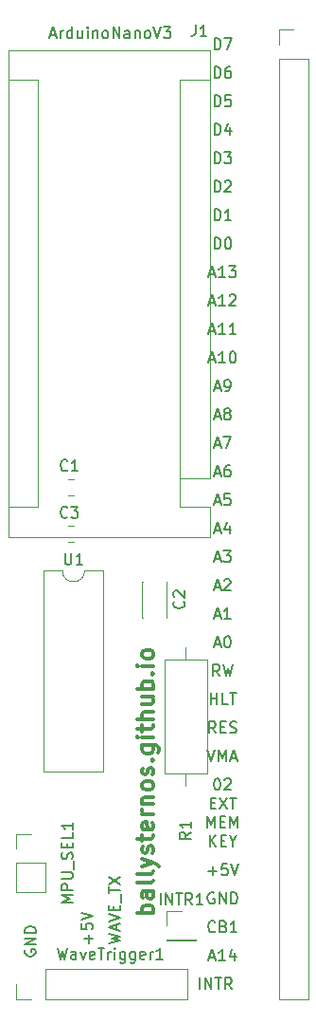
<source format=gbr>
%TF.GenerationSoftware,KiCad,Pcbnew,(5.1.6)-1*%
%TF.CreationDate,2021-03-12T09:15:54-05:00*%
%TF.ProjectId,BallySternArduino,42616c6c-7953-4746-9572-6e4172647569,rev?*%
%TF.SameCoordinates,Original*%
%TF.FileFunction,Legend,Top*%
%TF.FilePolarity,Positive*%
%FSLAX46Y46*%
G04 Gerber Fmt 4.6, Leading zero omitted, Abs format (unit mm)*
G04 Created by KiCad (PCBNEW (5.1.6)-1) date 2021-03-12 09:15:54*
%MOMM*%
%LPD*%
G01*
G04 APERTURE LIST*
%ADD10C,0.300000*%
%ADD11C,0.150000*%
%ADD12C,0.120000*%
G04 APERTURE END LIST*
D10*
X35095571Y-106075285D02*
X33595571Y-106075285D01*
X34167000Y-106075285D02*
X34095571Y-105932428D01*
X34095571Y-105646714D01*
X34167000Y-105503857D01*
X34238428Y-105432428D01*
X34381285Y-105361000D01*
X34809857Y-105361000D01*
X34952714Y-105432428D01*
X35024142Y-105503857D01*
X35095571Y-105646714D01*
X35095571Y-105932428D01*
X35024142Y-106075285D01*
X35095571Y-104075285D02*
X34309857Y-104075285D01*
X34167000Y-104146714D01*
X34095571Y-104289571D01*
X34095571Y-104575285D01*
X34167000Y-104718142D01*
X35024142Y-104075285D02*
X35095571Y-104218142D01*
X35095571Y-104575285D01*
X35024142Y-104718142D01*
X34881285Y-104789571D01*
X34738428Y-104789571D01*
X34595571Y-104718142D01*
X34524142Y-104575285D01*
X34524142Y-104218142D01*
X34452714Y-104075285D01*
X35095571Y-103146714D02*
X35024142Y-103289571D01*
X34881285Y-103361000D01*
X33595571Y-103361000D01*
X35095571Y-102361000D02*
X35024142Y-102503857D01*
X34881285Y-102575285D01*
X33595571Y-102575285D01*
X34095571Y-101932428D02*
X35095571Y-101575285D01*
X34095571Y-101218142D02*
X35095571Y-101575285D01*
X35452714Y-101718142D01*
X35524142Y-101789571D01*
X35595571Y-101932428D01*
X35024142Y-100718142D02*
X35095571Y-100575285D01*
X35095571Y-100289571D01*
X35024142Y-100146714D01*
X34881285Y-100075285D01*
X34809857Y-100075285D01*
X34667000Y-100146714D01*
X34595571Y-100289571D01*
X34595571Y-100503857D01*
X34524142Y-100646714D01*
X34381285Y-100718142D01*
X34309857Y-100718142D01*
X34167000Y-100646714D01*
X34095571Y-100503857D01*
X34095571Y-100289571D01*
X34167000Y-100146714D01*
X34095571Y-99646714D02*
X34095571Y-99075285D01*
X33595571Y-99432428D02*
X34881285Y-99432428D01*
X35024142Y-99361000D01*
X35095571Y-99218142D01*
X35095571Y-99075285D01*
X35024142Y-98003857D02*
X35095571Y-98146714D01*
X35095571Y-98432428D01*
X35024142Y-98575285D01*
X34881285Y-98646714D01*
X34309857Y-98646714D01*
X34167000Y-98575285D01*
X34095571Y-98432428D01*
X34095571Y-98146714D01*
X34167000Y-98003857D01*
X34309857Y-97932428D01*
X34452714Y-97932428D01*
X34595571Y-98646714D01*
X35095571Y-97289571D02*
X34095571Y-97289571D01*
X34381285Y-97289571D02*
X34238428Y-97218142D01*
X34167000Y-97146714D01*
X34095571Y-97003857D01*
X34095571Y-96861000D01*
X34095571Y-96361000D02*
X35095571Y-96361000D01*
X34238428Y-96361000D02*
X34167000Y-96289571D01*
X34095571Y-96146714D01*
X34095571Y-95932428D01*
X34167000Y-95789571D01*
X34309857Y-95718142D01*
X35095571Y-95718142D01*
X35095571Y-94789571D02*
X35024142Y-94932428D01*
X34952714Y-95003857D01*
X34809857Y-95075285D01*
X34381285Y-95075285D01*
X34238428Y-95003857D01*
X34167000Y-94932428D01*
X34095571Y-94789571D01*
X34095571Y-94575285D01*
X34167000Y-94432428D01*
X34238428Y-94361000D01*
X34381285Y-94289571D01*
X34809857Y-94289571D01*
X34952714Y-94361000D01*
X35024142Y-94432428D01*
X35095571Y-94575285D01*
X35095571Y-94789571D01*
X35024142Y-93718142D02*
X35095571Y-93575285D01*
X35095571Y-93289571D01*
X35024142Y-93146714D01*
X34881285Y-93075285D01*
X34809857Y-93075285D01*
X34667000Y-93146714D01*
X34595571Y-93289571D01*
X34595571Y-93503857D01*
X34524142Y-93646714D01*
X34381285Y-93718142D01*
X34309857Y-93718142D01*
X34167000Y-93646714D01*
X34095571Y-93503857D01*
X34095571Y-93289571D01*
X34167000Y-93146714D01*
X34952714Y-92432428D02*
X35024142Y-92361000D01*
X35095571Y-92432428D01*
X35024142Y-92503857D01*
X34952714Y-92432428D01*
X35095571Y-92432428D01*
X34095571Y-91075285D02*
X35309857Y-91075285D01*
X35452714Y-91146714D01*
X35524142Y-91218142D01*
X35595571Y-91361000D01*
X35595571Y-91575285D01*
X35524142Y-91718142D01*
X35024142Y-91075285D02*
X35095571Y-91218142D01*
X35095571Y-91503857D01*
X35024142Y-91646714D01*
X34952714Y-91718142D01*
X34809857Y-91789571D01*
X34381285Y-91789571D01*
X34238428Y-91718142D01*
X34167000Y-91646714D01*
X34095571Y-91503857D01*
X34095571Y-91218142D01*
X34167000Y-91075285D01*
X35095571Y-90361000D02*
X34095571Y-90361000D01*
X33595571Y-90361000D02*
X33667000Y-90432428D01*
X33738428Y-90361000D01*
X33667000Y-90289571D01*
X33595571Y-90361000D01*
X33738428Y-90361000D01*
X34095571Y-89861000D02*
X34095571Y-89289571D01*
X33595571Y-89646714D02*
X34881285Y-89646714D01*
X35024142Y-89575285D01*
X35095571Y-89432428D01*
X35095571Y-89289571D01*
X35095571Y-88789571D02*
X33595571Y-88789571D01*
X35095571Y-88146714D02*
X34309857Y-88146714D01*
X34167000Y-88218142D01*
X34095571Y-88361000D01*
X34095571Y-88575285D01*
X34167000Y-88718142D01*
X34238428Y-88789571D01*
X34095571Y-86789571D02*
X35095571Y-86789571D01*
X34095571Y-87432428D02*
X34881285Y-87432428D01*
X35024142Y-87361000D01*
X35095571Y-87218142D01*
X35095571Y-87003857D01*
X35024142Y-86861000D01*
X34952714Y-86789571D01*
X35095571Y-86075285D02*
X33595571Y-86075285D01*
X34167000Y-86075285D02*
X34095571Y-85932428D01*
X34095571Y-85646714D01*
X34167000Y-85503857D01*
X34238428Y-85432428D01*
X34381285Y-85361000D01*
X34809857Y-85361000D01*
X34952714Y-85432428D01*
X35024142Y-85503857D01*
X35095571Y-85646714D01*
X35095571Y-85932428D01*
X35024142Y-86075285D01*
X34952714Y-84718142D02*
X35024142Y-84646714D01*
X35095571Y-84718142D01*
X35024142Y-84789571D01*
X34952714Y-84718142D01*
X35095571Y-84718142D01*
X35095571Y-84003857D02*
X34095571Y-84003857D01*
X33595571Y-84003857D02*
X33667000Y-84075285D01*
X33738428Y-84003857D01*
X33667000Y-83932428D01*
X33595571Y-84003857D01*
X33738428Y-84003857D01*
X35095571Y-83075285D02*
X35024142Y-83218142D01*
X34952714Y-83289571D01*
X34809857Y-83361000D01*
X34381285Y-83361000D01*
X34238428Y-83289571D01*
X34167000Y-83218142D01*
X34095571Y-83075285D01*
X34095571Y-82861000D01*
X34167000Y-82718142D01*
X34238428Y-82646714D01*
X34381285Y-82575285D01*
X34809857Y-82575285D01*
X34952714Y-82646714D01*
X35024142Y-82718142D01*
X35095571Y-82861000D01*
X35095571Y-83075285D01*
D11*
X39235238Y-112847380D02*
X39235238Y-111847380D01*
X39711428Y-112847380D02*
X39711428Y-111847380D01*
X40282857Y-112847380D01*
X40282857Y-111847380D01*
X40616190Y-111847380D02*
X41187619Y-111847380D01*
X40901904Y-112847380D02*
X40901904Y-111847380D01*
X42092380Y-112847380D02*
X41759047Y-112371190D01*
X41520952Y-112847380D02*
X41520952Y-111847380D01*
X41901904Y-111847380D01*
X41997142Y-111895000D01*
X42044761Y-111942619D01*
X42092380Y-112037857D01*
X42092380Y-112180714D01*
X42044761Y-112275952D01*
X41997142Y-112323571D01*
X41901904Y-112371190D01*
X41520952Y-112371190D01*
X40084523Y-110021666D02*
X40560714Y-110021666D01*
X39989285Y-110307380D02*
X40322619Y-109307380D01*
X40655952Y-110307380D01*
X41513095Y-110307380D02*
X40941666Y-110307380D01*
X41227380Y-110307380D02*
X41227380Y-109307380D01*
X41132142Y-109450238D01*
X41036904Y-109545476D01*
X40941666Y-109593095D01*
X42370238Y-109640714D02*
X42370238Y-110307380D01*
X42132142Y-109259761D02*
X41894047Y-109974047D01*
X42513095Y-109974047D01*
X40608333Y-107672142D02*
X40560714Y-107719761D01*
X40417857Y-107767380D01*
X40322619Y-107767380D01*
X40179761Y-107719761D01*
X40084523Y-107624523D01*
X40036904Y-107529285D01*
X39989285Y-107338809D01*
X39989285Y-107195952D01*
X40036904Y-107005476D01*
X40084523Y-106910238D01*
X40179761Y-106815000D01*
X40322619Y-106767380D01*
X40417857Y-106767380D01*
X40560714Y-106815000D01*
X40608333Y-106862619D01*
X41370238Y-107243571D02*
X41513095Y-107291190D01*
X41560714Y-107338809D01*
X41608333Y-107434047D01*
X41608333Y-107576904D01*
X41560714Y-107672142D01*
X41513095Y-107719761D01*
X41417857Y-107767380D01*
X41036904Y-107767380D01*
X41036904Y-106767380D01*
X41370238Y-106767380D01*
X41465476Y-106815000D01*
X41513095Y-106862619D01*
X41560714Y-106957857D01*
X41560714Y-107053095D01*
X41513095Y-107148333D01*
X41465476Y-107195952D01*
X41370238Y-107243571D01*
X41036904Y-107243571D01*
X42560714Y-107767380D02*
X41989285Y-107767380D01*
X42275000Y-107767380D02*
X42275000Y-106767380D01*
X42179761Y-106910238D01*
X42084523Y-107005476D01*
X41989285Y-107053095D01*
X40513095Y-104275000D02*
X40417857Y-104227380D01*
X40275000Y-104227380D01*
X40132142Y-104275000D01*
X40036904Y-104370238D01*
X39989285Y-104465476D01*
X39941666Y-104655952D01*
X39941666Y-104798809D01*
X39989285Y-104989285D01*
X40036904Y-105084523D01*
X40132142Y-105179761D01*
X40275000Y-105227380D01*
X40370238Y-105227380D01*
X40513095Y-105179761D01*
X40560714Y-105132142D01*
X40560714Y-104798809D01*
X40370238Y-104798809D01*
X40989285Y-105227380D02*
X40989285Y-104227380D01*
X41560714Y-105227380D01*
X41560714Y-104227380D01*
X42036904Y-105227380D02*
X42036904Y-104227380D01*
X42275000Y-104227380D01*
X42417857Y-104275000D01*
X42513095Y-104370238D01*
X42560714Y-104465476D01*
X42608333Y-104655952D01*
X42608333Y-104798809D01*
X42560714Y-104989285D01*
X42513095Y-105084523D01*
X42417857Y-105179761D01*
X42275000Y-105227380D01*
X42036904Y-105227380D01*
X39989285Y-102306428D02*
X40751190Y-102306428D01*
X40370238Y-102687380D02*
X40370238Y-101925476D01*
X41703571Y-101687380D02*
X41227380Y-101687380D01*
X41179761Y-102163571D01*
X41227380Y-102115952D01*
X41322619Y-102068333D01*
X41560714Y-102068333D01*
X41655952Y-102115952D01*
X41703571Y-102163571D01*
X41751190Y-102258809D01*
X41751190Y-102496904D01*
X41703571Y-102592142D01*
X41655952Y-102639761D01*
X41560714Y-102687380D01*
X41322619Y-102687380D01*
X41227380Y-102639761D01*
X41179761Y-102592142D01*
X42036904Y-101687380D02*
X42370238Y-102687380D01*
X42703571Y-101687380D01*
X40132142Y-100147380D02*
X40132142Y-99147380D01*
X40703571Y-100147380D02*
X40275000Y-99575952D01*
X40703571Y-99147380D02*
X40132142Y-99718809D01*
X41132142Y-99623571D02*
X41465476Y-99623571D01*
X41608333Y-100147380D02*
X41132142Y-100147380D01*
X41132142Y-99147380D01*
X41608333Y-99147380D01*
X42227380Y-99671190D02*
X42227380Y-100147380D01*
X41894047Y-99147380D02*
X42227380Y-99671190D01*
X42560714Y-99147380D01*
X40203571Y-96258571D02*
X40536904Y-96258571D01*
X40679761Y-96782380D02*
X40203571Y-96782380D01*
X40203571Y-95782380D01*
X40679761Y-95782380D01*
X41013095Y-95782380D02*
X41679761Y-96782380D01*
X41679761Y-95782380D02*
X41013095Y-96782380D01*
X41917857Y-95782380D02*
X42489285Y-95782380D01*
X42203571Y-96782380D02*
X42203571Y-95782380D01*
X39917857Y-98432380D02*
X39917857Y-97432380D01*
X40251190Y-98146666D01*
X40584523Y-97432380D01*
X40584523Y-98432380D01*
X41060714Y-97908571D02*
X41394047Y-97908571D01*
X41536904Y-98432380D02*
X41060714Y-98432380D01*
X41060714Y-97432380D01*
X41536904Y-97432380D01*
X41965476Y-98432380D02*
X41965476Y-97432380D01*
X42298809Y-98146666D01*
X42632142Y-97432380D01*
X42632142Y-98432380D01*
X40751190Y-94067380D02*
X40846428Y-94067380D01*
X40941666Y-94115000D01*
X40989285Y-94162619D01*
X41036904Y-94257857D01*
X41084523Y-94448333D01*
X41084523Y-94686428D01*
X41036904Y-94876904D01*
X40989285Y-94972142D01*
X40941666Y-95019761D01*
X40846428Y-95067380D01*
X40751190Y-95067380D01*
X40655952Y-95019761D01*
X40608333Y-94972142D01*
X40560714Y-94876904D01*
X40513095Y-94686428D01*
X40513095Y-94448333D01*
X40560714Y-94257857D01*
X40608333Y-94162619D01*
X40655952Y-94115000D01*
X40751190Y-94067380D01*
X41465476Y-94162619D02*
X41513095Y-94115000D01*
X41608333Y-94067380D01*
X41846428Y-94067380D01*
X41941666Y-94115000D01*
X41989285Y-94162619D01*
X42036904Y-94257857D01*
X42036904Y-94353095D01*
X41989285Y-94495952D01*
X41417857Y-95067380D01*
X42036904Y-95067380D01*
X40655952Y-89987380D02*
X40322619Y-89511190D01*
X40084523Y-89987380D02*
X40084523Y-88987380D01*
X40465476Y-88987380D01*
X40560714Y-89035000D01*
X40608333Y-89082619D01*
X40655952Y-89177857D01*
X40655952Y-89320714D01*
X40608333Y-89415952D01*
X40560714Y-89463571D01*
X40465476Y-89511190D01*
X40084523Y-89511190D01*
X41084523Y-89463571D02*
X41417857Y-89463571D01*
X41560714Y-89987380D02*
X41084523Y-89987380D01*
X41084523Y-88987380D01*
X41560714Y-88987380D01*
X41941666Y-89939761D02*
X42084523Y-89987380D01*
X42322619Y-89987380D01*
X42417857Y-89939761D01*
X42465476Y-89892142D01*
X42513095Y-89796904D01*
X42513095Y-89701666D01*
X42465476Y-89606428D01*
X42417857Y-89558809D01*
X42322619Y-89511190D01*
X42132142Y-89463571D01*
X42036904Y-89415952D01*
X41989285Y-89368333D01*
X41941666Y-89273095D01*
X41941666Y-89177857D01*
X41989285Y-89082619D01*
X42036904Y-89035000D01*
X42132142Y-88987380D01*
X42370238Y-88987380D01*
X42513095Y-89035000D01*
X40203571Y-87447380D02*
X40203571Y-86447380D01*
X40203571Y-86923571D02*
X40775000Y-86923571D01*
X40775000Y-87447380D02*
X40775000Y-86447380D01*
X41727380Y-87447380D02*
X41251190Y-87447380D01*
X41251190Y-86447380D01*
X41917857Y-86447380D02*
X42489285Y-86447380D01*
X42203571Y-87447380D02*
X42203571Y-86447380D01*
X39941666Y-91527380D02*
X40275000Y-92527380D01*
X40608333Y-91527380D01*
X40941666Y-92527380D02*
X40941666Y-91527380D01*
X41275000Y-92241666D01*
X41608333Y-91527380D01*
X41608333Y-92527380D01*
X42036904Y-92241666D02*
X42513095Y-92241666D01*
X41941666Y-92527380D02*
X42275000Y-91527380D01*
X42608333Y-92527380D01*
X41013095Y-84907380D02*
X40679761Y-84431190D01*
X40441666Y-84907380D02*
X40441666Y-83907380D01*
X40822619Y-83907380D01*
X40917857Y-83955000D01*
X40965476Y-84002619D01*
X41013095Y-84097857D01*
X41013095Y-84240714D01*
X40965476Y-84335952D01*
X40917857Y-84383571D01*
X40822619Y-84431190D01*
X40441666Y-84431190D01*
X41346428Y-83907380D02*
X41584523Y-84907380D01*
X41775000Y-84193095D01*
X41965476Y-84907380D01*
X42203571Y-83907380D01*
X40560714Y-82081666D02*
X41036904Y-82081666D01*
X40465476Y-82367380D02*
X40798809Y-81367380D01*
X41132142Y-82367380D01*
X41655952Y-81367380D02*
X41751190Y-81367380D01*
X41846428Y-81415000D01*
X41894047Y-81462619D01*
X41941666Y-81557857D01*
X41989285Y-81748333D01*
X41989285Y-81986428D01*
X41941666Y-82176904D01*
X41894047Y-82272142D01*
X41846428Y-82319761D01*
X41751190Y-82367380D01*
X41655952Y-82367380D01*
X41560714Y-82319761D01*
X41513095Y-82272142D01*
X41465476Y-82176904D01*
X41417857Y-81986428D01*
X41417857Y-81748333D01*
X41465476Y-81557857D01*
X41513095Y-81462619D01*
X41560714Y-81415000D01*
X41655952Y-81367380D01*
X40560714Y-79541666D02*
X41036904Y-79541666D01*
X40465476Y-79827380D02*
X40798809Y-78827380D01*
X41132142Y-79827380D01*
X41989285Y-79827380D02*
X41417857Y-79827380D01*
X41703571Y-79827380D02*
X41703571Y-78827380D01*
X41608333Y-78970238D01*
X41513095Y-79065476D01*
X41417857Y-79113095D01*
X40560714Y-77001666D02*
X41036904Y-77001666D01*
X40465476Y-77287380D02*
X40798809Y-76287380D01*
X41132142Y-77287380D01*
X41417857Y-76382619D02*
X41465476Y-76335000D01*
X41560714Y-76287380D01*
X41798809Y-76287380D01*
X41894047Y-76335000D01*
X41941666Y-76382619D01*
X41989285Y-76477857D01*
X41989285Y-76573095D01*
X41941666Y-76715952D01*
X41370238Y-77287380D01*
X41989285Y-77287380D01*
X40560714Y-74461666D02*
X41036904Y-74461666D01*
X40465476Y-74747380D02*
X40798809Y-73747380D01*
X41132142Y-74747380D01*
X41370238Y-73747380D02*
X41989285Y-73747380D01*
X41655952Y-74128333D01*
X41798809Y-74128333D01*
X41894047Y-74175952D01*
X41941666Y-74223571D01*
X41989285Y-74318809D01*
X41989285Y-74556904D01*
X41941666Y-74652142D01*
X41894047Y-74699761D01*
X41798809Y-74747380D01*
X41513095Y-74747380D01*
X41417857Y-74699761D01*
X41370238Y-74652142D01*
X40560714Y-71921666D02*
X41036904Y-71921666D01*
X40465476Y-72207380D02*
X40798809Y-71207380D01*
X41132142Y-72207380D01*
X41894047Y-71540714D02*
X41894047Y-72207380D01*
X41655952Y-71159761D02*
X41417857Y-71874047D01*
X42036904Y-71874047D01*
X40560714Y-69381666D02*
X41036904Y-69381666D01*
X40465476Y-69667380D02*
X40798809Y-68667380D01*
X41132142Y-69667380D01*
X41941666Y-68667380D02*
X41465476Y-68667380D01*
X41417857Y-69143571D01*
X41465476Y-69095952D01*
X41560714Y-69048333D01*
X41798809Y-69048333D01*
X41894047Y-69095952D01*
X41941666Y-69143571D01*
X41989285Y-69238809D01*
X41989285Y-69476904D01*
X41941666Y-69572142D01*
X41894047Y-69619761D01*
X41798809Y-69667380D01*
X41560714Y-69667380D01*
X41465476Y-69619761D01*
X41417857Y-69572142D01*
X40560714Y-66841666D02*
X41036904Y-66841666D01*
X40465476Y-67127380D02*
X40798809Y-66127380D01*
X41132142Y-67127380D01*
X41894047Y-66127380D02*
X41703571Y-66127380D01*
X41608333Y-66175000D01*
X41560714Y-66222619D01*
X41465476Y-66365476D01*
X41417857Y-66555952D01*
X41417857Y-66936904D01*
X41465476Y-67032142D01*
X41513095Y-67079761D01*
X41608333Y-67127380D01*
X41798809Y-67127380D01*
X41894047Y-67079761D01*
X41941666Y-67032142D01*
X41989285Y-66936904D01*
X41989285Y-66698809D01*
X41941666Y-66603571D01*
X41894047Y-66555952D01*
X41798809Y-66508333D01*
X41608333Y-66508333D01*
X41513095Y-66555952D01*
X41465476Y-66603571D01*
X41417857Y-66698809D01*
X40560714Y-64301666D02*
X41036904Y-64301666D01*
X40465476Y-64587380D02*
X40798809Y-63587380D01*
X41132142Y-64587380D01*
X41370238Y-63587380D02*
X42036904Y-63587380D01*
X41608333Y-64587380D01*
X40560714Y-61761666D02*
X41036904Y-61761666D01*
X40465476Y-62047380D02*
X40798809Y-61047380D01*
X41132142Y-62047380D01*
X41608333Y-61475952D02*
X41513095Y-61428333D01*
X41465476Y-61380714D01*
X41417857Y-61285476D01*
X41417857Y-61237857D01*
X41465476Y-61142619D01*
X41513095Y-61095000D01*
X41608333Y-61047380D01*
X41798809Y-61047380D01*
X41894047Y-61095000D01*
X41941666Y-61142619D01*
X41989285Y-61237857D01*
X41989285Y-61285476D01*
X41941666Y-61380714D01*
X41894047Y-61428333D01*
X41798809Y-61475952D01*
X41608333Y-61475952D01*
X41513095Y-61523571D01*
X41465476Y-61571190D01*
X41417857Y-61666428D01*
X41417857Y-61856904D01*
X41465476Y-61952142D01*
X41513095Y-61999761D01*
X41608333Y-62047380D01*
X41798809Y-62047380D01*
X41894047Y-61999761D01*
X41941666Y-61952142D01*
X41989285Y-61856904D01*
X41989285Y-61666428D01*
X41941666Y-61571190D01*
X41894047Y-61523571D01*
X41798809Y-61475952D01*
X40560714Y-59221666D02*
X41036904Y-59221666D01*
X40465476Y-59507380D02*
X40798809Y-58507380D01*
X41132142Y-59507380D01*
X41513095Y-59507380D02*
X41703571Y-59507380D01*
X41798809Y-59459761D01*
X41846428Y-59412142D01*
X41941666Y-59269285D01*
X41989285Y-59078809D01*
X41989285Y-58697857D01*
X41941666Y-58602619D01*
X41894047Y-58555000D01*
X41798809Y-58507380D01*
X41608333Y-58507380D01*
X41513095Y-58555000D01*
X41465476Y-58602619D01*
X41417857Y-58697857D01*
X41417857Y-58935952D01*
X41465476Y-59031190D01*
X41513095Y-59078809D01*
X41608333Y-59126428D01*
X41798809Y-59126428D01*
X41894047Y-59078809D01*
X41941666Y-59031190D01*
X41989285Y-58935952D01*
X40084523Y-56681666D02*
X40560714Y-56681666D01*
X39989285Y-56967380D02*
X40322619Y-55967380D01*
X40655952Y-56967380D01*
X41513095Y-56967380D02*
X40941666Y-56967380D01*
X41227380Y-56967380D02*
X41227380Y-55967380D01*
X41132142Y-56110238D01*
X41036904Y-56205476D01*
X40941666Y-56253095D01*
X42132142Y-55967380D02*
X42227380Y-55967380D01*
X42322619Y-56015000D01*
X42370238Y-56062619D01*
X42417857Y-56157857D01*
X42465476Y-56348333D01*
X42465476Y-56586428D01*
X42417857Y-56776904D01*
X42370238Y-56872142D01*
X42322619Y-56919761D01*
X42227380Y-56967380D01*
X42132142Y-56967380D01*
X42036904Y-56919761D01*
X41989285Y-56872142D01*
X41941666Y-56776904D01*
X41894047Y-56586428D01*
X41894047Y-56348333D01*
X41941666Y-56157857D01*
X41989285Y-56062619D01*
X42036904Y-56015000D01*
X42132142Y-55967380D01*
X40084523Y-54141666D02*
X40560714Y-54141666D01*
X39989285Y-54427380D02*
X40322619Y-53427380D01*
X40655952Y-54427380D01*
X41513095Y-54427380D02*
X40941666Y-54427380D01*
X41227380Y-54427380D02*
X41227380Y-53427380D01*
X41132142Y-53570238D01*
X41036904Y-53665476D01*
X40941666Y-53713095D01*
X42465476Y-54427380D02*
X41894047Y-54427380D01*
X42179761Y-54427380D02*
X42179761Y-53427380D01*
X42084523Y-53570238D01*
X41989285Y-53665476D01*
X41894047Y-53713095D01*
X40084523Y-51601666D02*
X40560714Y-51601666D01*
X39989285Y-51887380D02*
X40322619Y-50887380D01*
X40655952Y-51887380D01*
X41513095Y-51887380D02*
X40941666Y-51887380D01*
X41227380Y-51887380D02*
X41227380Y-50887380D01*
X41132142Y-51030238D01*
X41036904Y-51125476D01*
X40941666Y-51173095D01*
X41894047Y-50982619D02*
X41941666Y-50935000D01*
X42036904Y-50887380D01*
X42275000Y-50887380D01*
X42370238Y-50935000D01*
X42417857Y-50982619D01*
X42465476Y-51077857D01*
X42465476Y-51173095D01*
X42417857Y-51315952D01*
X41846428Y-51887380D01*
X42465476Y-51887380D01*
X40084523Y-49061666D02*
X40560714Y-49061666D01*
X39989285Y-49347380D02*
X40322619Y-48347380D01*
X40655952Y-49347380D01*
X41513095Y-49347380D02*
X40941666Y-49347380D01*
X41227380Y-49347380D02*
X41227380Y-48347380D01*
X41132142Y-48490238D01*
X41036904Y-48585476D01*
X40941666Y-48633095D01*
X41846428Y-48347380D02*
X42465476Y-48347380D01*
X42132142Y-48728333D01*
X42275000Y-48728333D01*
X42370238Y-48775952D01*
X42417857Y-48823571D01*
X42465476Y-48918809D01*
X42465476Y-49156904D01*
X42417857Y-49252142D01*
X42370238Y-49299761D01*
X42275000Y-49347380D01*
X41989285Y-49347380D01*
X41894047Y-49299761D01*
X41846428Y-49252142D01*
X40536904Y-46807380D02*
X40536904Y-45807380D01*
X40775000Y-45807380D01*
X40917857Y-45855000D01*
X41013095Y-45950238D01*
X41060714Y-46045476D01*
X41108333Y-46235952D01*
X41108333Y-46378809D01*
X41060714Y-46569285D01*
X41013095Y-46664523D01*
X40917857Y-46759761D01*
X40775000Y-46807380D01*
X40536904Y-46807380D01*
X41727380Y-45807380D02*
X41822619Y-45807380D01*
X41917857Y-45855000D01*
X41965476Y-45902619D01*
X42013095Y-45997857D01*
X42060714Y-46188333D01*
X42060714Y-46426428D01*
X42013095Y-46616904D01*
X41965476Y-46712142D01*
X41917857Y-46759761D01*
X41822619Y-46807380D01*
X41727380Y-46807380D01*
X41632142Y-46759761D01*
X41584523Y-46712142D01*
X41536904Y-46616904D01*
X41489285Y-46426428D01*
X41489285Y-46188333D01*
X41536904Y-45997857D01*
X41584523Y-45902619D01*
X41632142Y-45855000D01*
X41727380Y-45807380D01*
X40536904Y-44267380D02*
X40536904Y-43267380D01*
X40775000Y-43267380D01*
X40917857Y-43315000D01*
X41013095Y-43410238D01*
X41060714Y-43505476D01*
X41108333Y-43695952D01*
X41108333Y-43838809D01*
X41060714Y-44029285D01*
X41013095Y-44124523D01*
X40917857Y-44219761D01*
X40775000Y-44267380D01*
X40536904Y-44267380D01*
X42060714Y-44267380D02*
X41489285Y-44267380D01*
X41775000Y-44267380D02*
X41775000Y-43267380D01*
X41679761Y-43410238D01*
X41584523Y-43505476D01*
X41489285Y-43553095D01*
X40536904Y-41727380D02*
X40536904Y-40727380D01*
X40775000Y-40727380D01*
X40917857Y-40775000D01*
X41013095Y-40870238D01*
X41060714Y-40965476D01*
X41108333Y-41155952D01*
X41108333Y-41298809D01*
X41060714Y-41489285D01*
X41013095Y-41584523D01*
X40917857Y-41679761D01*
X40775000Y-41727380D01*
X40536904Y-41727380D01*
X41489285Y-40822619D02*
X41536904Y-40775000D01*
X41632142Y-40727380D01*
X41870238Y-40727380D01*
X41965476Y-40775000D01*
X42013095Y-40822619D01*
X42060714Y-40917857D01*
X42060714Y-41013095D01*
X42013095Y-41155952D01*
X41441666Y-41727380D01*
X42060714Y-41727380D01*
X40536904Y-39187380D02*
X40536904Y-38187380D01*
X40775000Y-38187380D01*
X40917857Y-38235000D01*
X41013095Y-38330238D01*
X41060714Y-38425476D01*
X41108333Y-38615952D01*
X41108333Y-38758809D01*
X41060714Y-38949285D01*
X41013095Y-39044523D01*
X40917857Y-39139761D01*
X40775000Y-39187380D01*
X40536904Y-39187380D01*
X41441666Y-38187380D02*
X42060714Y-38187380D01*
X41727380Y-38568333D01*
X41870238Y-38568333D01*
X41965476Y-38615952D01*
X42013095Y-38663571D01*
X42060714Y-38758809D01*
X42060714Y-38996904D01*
X42013095Y-39092142D01*
X41965476Y-39139761D01*
X41870238Y-39187380D01*
X41584523Y-39187380D01*
X41489285Y-39139761D01*
X41441666Y-39092142D01*
X40536904Y-36647380D02*
X40536904Y-35647380D01*
X40775000Y-35647380D01*
X40917857Y-35695000D01*
X41013095Y-35790238D01*
X41060714Y-35885476D01*
X41108333Y-36075952D01*
X41108333Y-36218809D01*
X41060714Y-36409285D01*
X41013095Y-36504523D01*
X40917857Y-36599761D01*
X40775000Y-36647380D01*
X40536904Y-36647380D01*
X41965476Y-35980714D02*
X41965476Y-36647380D01*
X41727380Y-35599761D02*
X41489285Y-36314047D01*
X42108333Y-36314047D01*
X40536904Y-34107380D02*
X40536904Y-33107380D01*
X40775000Y-33107380D01*
X40917857Y-33155000D01*
X41013095Y-33250238D01*
X41060714Y-33345476D01*
X41108333Y-33535952D01*
X41108333Y-33678809D01*
X41060714Y-33869285D01*
X41013095Y-33964523D01*
X40917857Y-34059761D01*
X40775000Y-34107380D01*
X40536904Y-34107380D01*
X42013095Y-33107380D02*
X41536904Y-33107380D01*
X41489285Y-33583571D01*
X41536904Y-33535952D01*
X41632142Y-33488333D01*
X41870238Y-33488333D01*
X41965476Y-33535952D01*
X42013095Y-33583571D01*
X42060714Y-33678809D01*
X42060714Y-33916904D01*
X42013095Y-34012142D01*
X41965476Y-34059761D01*
X41870238Y-34107380D01*
X41632142Y-34107380D01*
X41536904Y-34059761D01*
X41489285Y-34012142D01*
X40536904Y-31567380D02*
X40536904Y-30567380D01*
X40775000Y-30567380D01*
X40917857Y-30615000D01*
X41013095Y-30710238D01*
X41060714Y-30805476D01*
X41108333Y-30995952D01*
X41108333Y-31138809D01*
X41060714Y-31329285D01*
X41013095Y-31424523D01*
X40917857Y-31519761D01*
X40775000Y-31567380D01*
X40536904Y-31567380D01*
X41965476Y-30567380D02*
X41775000Y-30567380D01*
X41679761Y-30615000D01*
X41632142Y-30662619D01*
X41536904Y-30805476D01*
X41489285Y-30995952D01*
X41489285Y-31376904D01*
X41536904Y-31472142D01*
X41584523Y-31519761D01*
X41679761Y-31567380D01*
X41870238Y-31567380D01*
X41965476Y-31519761D01*
X42013095Y-31472142D01*
X42060714Y-31376904D01*
X42060714Y-31138809D01*
X42013095Y-31043571D01*
X41965476Y-30995952D01*
X41870238Y-30948333D01*
X41679761Y-30948333D01*
X41584523Y-30995952D01*
X41536904Y-31043571D01*
X41489285Y-31138809D01*
X40536904Y-29027380D02*
X40536904Y-28027380D01*
X40775000Y-28027380D01*
X40917857Y-28075000D01*
X41013095Y-28170238D01*
X41060714Y-28265476D01*
X41108333Y-28455952D01*
X41108333Y-28598809D01*
X41060714Y-28789285D01*
X41013095Y-28884523D01*
X40917857Y-28979761D01*
X40775000Y-29027380D01*
X40536904Y-29027380D01*
X41441666Y-28027380D02*
X42108333Y-28027380D01*
X41679761Y-29027380D01*
X31075380Y-108767190D02*
X32075380Y-108529095D01*
X31361095Y-108338619D01*
X32075380Y-108148142D01*
X31075380Y-107910047D01*
X31789666Y-107576714D02*
X31789666Y-107100523D01*
X32075380Y-107671952D02*
X31075380Y-107338619D01*
X32075380Y-107005285D01*
X31075380Y-106814809D02*
X32075380Y-106481476D01*
X31075380Y-106148142D01*
X31551571Y-105814809D02*
X31551571Y-105481476D01*
X32075380Y-105338619D02*
X32075380Y-105814809D01*
X31075380Y-105814809D01*
X31075380Y-105338619D01*
X32170619Y-105148142D02*
X32170619Y-104386238D01*
X31075380Y-104291000D02*
X31075380Y-103719571D01*
X32075380Y-104005285D02*
X31075380Y-104005285D01*
X31075380Y-103481476D02*
X32075380Y-102814809D01*
X31075380Y-102814809D02*
X32075380Y-103481476D01*
X29281428Y-108727714D02*
X29281428Y-107965809D01*
X29662380Y-108346761D02*
X28900476Y-108346761D01*
X28662380Y-107013428D02*
X28662380Y-107489619D01*
X29138571Y-107537238D01*
X29090952Y-107489619D01*
X29043333Y-107394380D01*
X29043333Y-107156285D01*
X29090952Y-107061047D01*
X29138571Y-107013428D01*
X29233809Y-106965809D01*
X29471904Y-106965809D01*
X29567142Y-107013428D01*
X29614761Y-107061047D01*
X29662380Y-107156285D01*
X29662380Y-107394380D01*
X29614761Y-107489619D01*
X29567142Y-107537238D01*
X28662380Y-106680095D02*
X29662380Y-106346761D01*
X28662380Y-106013428D01*
X23630000Y-109346904D02*
X23582380Y-109442142D01*
X23582380Y-109585000D01*
X23630000Y-109727857D01*
X23725238Y-109823095D01*
X23820476Y-109870714D01*
X24010952Y-109918333D01*
X24153809Y-109918333D01*
X24344285Y-109870714D01*
X24439523Y-109823095D01*
X24534761Y-109727857D01*
X24582380Y-109585000D01*
X24582380Y-109489761D01*
X24534761Y-109346904D01*
X24487142Y-109299285D01*
X24153809Y-109299285D01*
X24153809Y-109489761D01*
X24582380Y-108870714D02*
X23582380Y-108870714D01*
X24582380Y-108299285D01*
X23582380Y-108299285D01*
X24582380Y-107823095D02*
X23582380Y-107823095D01*
X23582380Y-107585000D01*
X23630000Y-107442142D01*
X23725238Y-107346904D01*
X23820476Y-107299285D01*
X24010952Y-107251666D01*
X24153809Y-107251666D01*
X24344285Y-107299285D01*
X24439523Y-107346904D01*
X24534761Y-107442142D01*
X24582380Y-107585000D01*
X24582380Y-107823095D01*
D12*
%TO.C,INTR1*%
X36262000Y-105858000D02*
X37592000Y-105858000D01*
X36262000Y-107188000D02*
X36262000Y-105858000D01*
X36262000Y-108458000D02*
X38922000Y-108458000D01*
X38922000Y-108458000D02*
X38922000Y-108518000D01*
X36262000Y-108458000D02*
X36262000Y-108518000D01*
X36262000Y-108518000D02*
X38922000Y-108518000D01*
%TO.C,C3*%
X27947252Y-71553000D02*
X27424748Y-71553000D01*
X27947252Y-72973000D02*
X27424748Y-72973000D01*
%TO.C,C2*%
X34124000Y-79705000D02*
X34059000Y-79705000D01*
X36299000Y-79705000D02*
X36234000Y-79705000D01*
X34124000Y-76465000D02*
X34059000Y-76465000D01*
X36299000Y-76465000D02*
X36234000Y-76465000D01*
X34059000Y-76465000D02*
X34059000Y-79705000D01*
X36299000Y-76465000D02*
X36299000Y-79705000D01*
%TO.C,C1*%
X27947252Y-67362000D02*
X27424748Y-67362000D01*
X27947252Y-68782000D02*
X27424748Y-68782000D01*
%TO.C,WaveTrigger1*%
X22800000Y-113725000D02*
X22800000Y-112395000D01*
X24130000Y-113725000D02*
X22800000Y-113725000D01*
X25400000Y-113725000D02*
X25400000Y-111065000D01*
X25400000Y-111065000D02*
X38160000Y-111065000D01*
X25400000Y-113725000D02*
X38160000Y-113725000D01*
X38160000Y-113725000D02*
X38160000Y-111065000D01*
%TO.C,U1*%
X30590000Y-75505000D02*
X28940000Y-75505000D01*
X30590000Y-93405000D02*
X30590000Y-75505000D01*
X25290000Y-93405000D02*
X30590000Y-93405000D01*
X25290000Y-75505000D02*
X25290000Y-93405000D01*
X26940000Y-75505000D02*
X25290000Y-75505000D01*
X28940000Y-75505000D02*
G75*
G02*
X26940000Y-75505000I-1000000J0D01*
G01*
%TO.C,R1*%
X37973000Y-82339000D02*
X37973000Y-83449000D01*
X37973000Y-94699000D02*
X37973000Y-93589000D01*
X36053000Y-83449000D02*
X36053000Y-93589000D01*
X39893000Y-83449000D02*
X36053000Y-83449000D01*
X39893000Y-93589000D02*
X39893000Y-83449000D01*
X36053000Y-93589000D02*
X39893000Y-93589000D01*
%TO.C,MPU_SEL1*%
X22800000Y-99000000D02*
X24130000Y-99000000D01*
X22800000Y-100330000D02*
X22800000Y-99000000D01*
X22800000Y-101600000D02*
X25460000Y-101600000D01*
X25460000Y-101600000D02*
X25460000Y-104200000D01*
X22800000Y-101600000D02*
X22800000Y-104200000D01*
X22800000Y-104200000D02*
X25460000Y-104200000D01*
%TO.C,J1*%
X46295000Y-27245000D02*
X47625000Y-27245000D01*
X46295000Y-28575000D02*
X46295000Y-27245000D01*
X46295000Y-29845000D02*
X48955000Y-29845000D01*
X48955000Y-29845000D02*
X48955000Y-113725000D01*
X46295000Y-29845000D02*
X46295000Y-113725000D01*
X46295000Y-113725000D02*
X48955000Y-113725000D01*
%TO.C,ArduinoNanoV3*%
X22095000Y-72520000D02*
X40135000Y-72520000D01*
X22095000Y-29080000D02*
X22095000Y-72520000D01*
X40135000Y-29080000D02*
X22095000Y-29080000D01*
X37465000Y-31750000D02*
X40135000Y-31750000D01*
X37465000Y-67310000D02*
X37465000Y-31750000D01*
X37465000Y-67310000D02*
X40135000Y-67310000D01*
X24765000Y-31750000D02*
X22095000Y-31750000D01*
X24765000Y-69850000D02*
X24765000Y-31750000D01*
X24765000Y-69850000D02*
X22095000Y-69850000D01*
X40135000Y-72520000D02*
X40135000Y-69850000D01*
X40135000Y-67310000D02*
X40135000Y-29080000D01*
X37465000Y-69850000D02*
X40135000Y-69850000D01*
X37465000Y-67310000D02*
X37465000Y-69850000D01*
%TO.C,INTR1*%
D11*
X35711047Y-105310380D02*
X35711047Y-104310380D01*
X36187238Y-105310380D02*
X36187238Y-104310380D01*
X36758666Y-105310380D01*
X36758666Y-104310380D01*
X37092000Y-104310380D02*
X37663428Y-104310380D01*
X37377714Y-105310380D02*
X37377714Y-104310380D01*
X38568190Y-105310380D02*
X38234857Y-104834190D01*
X37996761Y-105310380D02*
X37996761Y-104310380D01*
X38377714Y-104310380D01*
X38472952Y-104358000D01*
X38520571Y-104405619D01*
X38568190Y-104500857D01*
X38568190Y-104643714D01*
X38520571Y-104738952D01*
X38472952Y-104786571D01*
X38377714Y-104834190D01*
X37996761Y-104834190D01*
X39520571Y-105310380D02*
X38949142Y-105310380D01*
X39234857Y-105310380D02*
X39234857Y-104310380D01*
X39139619Y-104453238D01*
X39044380Y-104548476D01*
X38949142Y-104596095D01*
%TO.C,C3*%
X27392333Y-70715142D02*
X27344714Y-70762761D01*
X27201857Y-70810380D01*
X27106619Y-70810380D01*
X26963761Y-70762761D01*
X26868523Y-70667523D01*
X26820904Y-70572285D01*
X26773285Y-70381809D01*
X26773285Y-70238952D01*
X26820904Y-70048476D01*
X26868523Y-69953238D01*
X26963761Y-69858000D01*
X27106619Y-69810380D01*
X27201857Y-69810380D01*
X27344714Y-69858000D01*
X27392333Y-69905619D01*
X27725666Y-69810380D02*
X28344714Y-69810380D01*
X28011380Y-70191333D01*
X28154238Y-70191333D01*
X28249476Y-70238952D01*
X28297095Y-70286571D01*
X28344714Y-70381809D01*
X28344714Y-70619904D01*
X28297095Y-70715142D01*
X28249476Y-70762761D01*
X28154238Y-70810380D01*
X27868523Y-70810380D01*
X27773285Y-70762761D01*
X27725666Y-70715142D01*
%TO.C,C2*%
X37786142Y-78251666D02*
X37833761Y-78299285D01*
X37881380Y-78442142D01*
X37881380Y-78537380D01*
X37833761Y-78680238D01*
X37738523Y-78775476D01*
X37643285Y-78823095D01*
X37452809Y-78870714D01*
X37309952Y-78870714D01*
X37119476Y-78823095D01*
X37024238Y-78775476D01*
X36929000Y-78680238D01*
X36881380Y-78537380D01*
X36881380Y-78442142D01*
X36929000Y-78299285D01*
X36976619Y-78251666D01*
X36976619Y-77870714D02*
X36929000Y-77823095D01*
X36881380Y-77727857D01*
X36881380Y-77489761D01*
X36929000Y-77394523D01*
X36976619Y-77346904D01*
X37071857Y-77299285D01*
X37167095Y-77299285D01*
X37309952Y-77346904D01*
X37881380Y-77918333D01*
X37881380Y-77299285D01*
%TO.C,C1*%
X27392333Y-66524142D02*
X27344714Y-66571761D01*
X27201857Y-66619380D01*
X27106619Y-66619380D01*
X26963761Y-66571761D01*
X26868523Y-66476523D01*
X26820904Y-66381285D01*
X26773285Y-66190809D01*
X26773285Y-66047952D01*
X26820904Y-65857476D01*
X26868523Y-65762238D01*
X26963761Y-65667000D01*
X27106619Y-65619380D01*
X27201857Y-65619380D01*
X27344714Y-65667000D01*
X27392333Y-65714619D01*
X28344714Y-66619380D02*
X27773285Y-66619380D01*
X28059000Y-66619380D02*
X28059000Y-65619380D01*
X27963761Y-65762238D01*
X27868523Y-65857476D01*
X27773285Y-65905095D01*
%TO.C,WaveTrigger1*%
X26503904Y-109180380D02*
X26742000Y-110180380D01*
X26932476Y-109466095D01*
X27122952Y-110180380D01*
X27361047Y-109180380D01*
X28170571Y-110180380D02*
X28170571Y-109656571D01*
X28122952Y-109561333D01*
X28027714Y-109513714D01*
X27837238Y-109513714D01*
X27742000Y-109561333D01*
X28170571Y-110132761D02*
X28075333Y-110180380D01*
X27837238Y-110180380D01*
X27742000Y-110132761D01*
X27694380Y-110037523D01*
X27694380Y-109942285D01*
X27742000Y-109847047D01*
X27837238Y-109799428D01*
X28075333Y-109799428D01*
X28170571Y-109751809D01*
X28551523Y-109513714D02*
X28789619Y-110180380D01*
X29027714Y-109513714D01*
X29789619Y-110132761D02*
X29694380Y-110180380D01*
X29503904Y-110180380D01*
X29408666Y-110132761D01*
X29361047Y-110037523D01*
X29361047Y-109656571D01*
X29408666Y-109561333D01*
X29503904Y-109513714D01*
X29694380Y-109513714D01*
X29789619Y-109561333D01*
X29837238Y-109656571D01*
X29837238Y-109751809D01*
X29361047Y-109847047D01*
X30122952Y-109180380D02*
X30694380Y-109180380D01*
X30408666Y-110180380D02*
X30408666Y-109180380D01*
X31027714Y-110180380D02*
X31027714Y-109513714D01*
X31027714Y-109704190D02*
X31075333Y-109608952D01*
X31122952Y-109561333D01*
X31218190Y-109513714D01*
X31313428Y-109513714D01*
X31646761Y-110180380D02*
X31646761Y-109513714D01*
X31646761Y-109180380D02*
X31599142Y-109228000D01*
X31646761Y-109275619D01*
X31694380Y-109228000D01*
X31646761Y-109180380D01*
X31646761Y-109275619D01*
X32551523Y-109513714D02*
X32551523Y-110323238D01*
X32503904Y-110418476D01*
X32456285Y-110466095D01*
X32361047Y-110513714D01*
X32218190Y-110513714D01*
X32122952Y-110466095D01*
X32551523Y-110132761D02*
X32456285Y-110180380D01*
X32265809Y-110180380D01*
X32170571Y-110132761D01*
X32122952Y-110085142D01*
X32075333Y-109989904D01*
X32075333Y-109704190D01*
X32122952Y-109608952D01*
X32170571Y-109561333D01*
X32265809Y-109513714D01*
X32456285Y-109513714D01*
X32551523Y-109561333D01*
X33456285Y-109513714D02*
X33456285Y-110323238D01*
X33408666Y-110418476D01*
X33361047Y-110466095D01*
X33265809Y-110513714D01*
X33122952Y-110513714D01*
X33027714Y-110466095D01*
X33456285Y-110132761D02*
X33361047Y-110180380D01*
X33170571Y-110180380D01*
X33075333Y-110132761D01*
X33027714Y-110085142D01*
X32980095Y-109989904D01*
X32980095Y-109704190D01*
X33027714Y-109608952D01*
X33075333Y-109561333D01*
X33170571Y-109513714D01*
X33361047Y-109513714D01*
X33456285Y-109561333D01*
X34313428Y-110132761D02*
X34218190Y-110180380D01*
X34027714Y-110180380D01*
X33932476Y-110132761D01*
X33884857Y-110037523D01*
X33884857Y-109656571D01*
X33932476Y-109561333D01*
X34027714Y-109513714D01*
X34218190Y-109513714D01*
X34313428Y-109561333D01*
X34361047Y-109656571D01*
X34361047Y-109751809D01*
X33884857Y-109847047D01*
X34789619Y-110180380D02*
X34789619Y-109513714D01*
X34789619Y-109704190D02*
X34837238Y-109608952D01*
X34884857Y-109561333D01*
X34980095Y-109513714D01*
X35075333Y-109513714D01*
X35932476Y-110180380D02*
X35361047Y-110180380D01*
X35646761Y-110180380D02*
X35646761Y-109180380D01*
X35551523Y-109323238D01*
X35456285Y-109418476D01*
X35361047Y-109466095D01*
%TO.C,U1*%
X27178095Y-73957380D02*
X27178095Y-74766904D01*
X27225714Y-74862142D01*
X27273333Y-74909761D01*
X27368571Y-74957380D01*
X27559047Y-74957380D01*
X27654285Y-74909761D01*
X27701904Y-74862142D01*
X27749523Y-74766904D01*
X27749523Y-73957380D01*
X28749523Y-74957380D02*
X28178095Y-74957380D01*
X28463809Y-74957380D02*
X28463809Y-73957380D01*
X28368571Y-74100238D01*
X28273333Y-74195476D01*
X28178095Y-74243095D01*
%TO.C,R1*%
X38425380Y-98845666D02*
X37949190Y-99179000D01*
X38425380Y-99417095D02*
X37425380Y-99417095D01*
X37425380Y-99036142D01*
X37473000Y-98940904D01*
X37520619Y-98893285D01*
X37615857Y-98845666D01*
X37758714Y-98845666D01*
X37853952Y-98893285D01*
X37901571Y-98940904D01*
X37949190Y-99036142D01*
X37949190Y-99417095D01*
X38425380Y-97893285D02*
X38425380Y-98464714D01*
X38425380Y-98179000D02*
X37425380Y-98179000D01*
X37568238Y-98274238D01*
X37663476Y-98369476D01*
X37711095Y-98464714D01*
%TO.C,MPU_SEL1*%
X27884380Y-105147619D02*
X26884380Y-105147619D01*
X27598666Y-104814285D01*
X26884380Y-104480952D01*
X27884380Y-104480952D01*
X27884380Y-104004761D02*
X26884380Y-104004761D01*
X26884380Y-103623809D01*
X26932000Y-103528571D01*
X26979619Y-103480952D01*
X27074857Y-103433333D01*
X27217714Y-103433333D01*
X27312952Y-103480952D01*
X27360571Y-103528571D01*
X27408190Y-103623809D01*
X27408190Y-104004761D01*
X26884380Y-103004761D02*
X27693904Y-103004761D01*
X27789142Y-102957142D01*
X27836761Y-102909523D01*
X27884380Y-102814285D01*
X27884380Y-102623809D01*
X27836761Y-102528571D01*
X27789142Y-102480952D01*
X27693904Y-102433333D01*
X26884380Y-102433333D01*
X27979619Y-102195238D02*
X27979619Y-101433333D01*
X27836761Y-101242857D02*
X27884380Y-101100000D01*
X27884380Y-100861904D01*
X27836761Y-100766666D01*
X27789142Y-100719047D01*
X27693904Y-100671428D01*
X27598666Y-100671428D01*
X27503428Y-100719047D01*
X27455809Y-100766666D01*
X27408190Y-100861904D01*
X27360571Y-101052380D01*
X27312952Y-101147619D01*
X27265333Y-101195238D01*
X27170095Y-101242857D01*
X27074857Y-101242857D01*
X26979619Y-101195238D01*
X26932000Y-101147619D01*
X26884380Y-101052380D01*
X26884380Y-100814285D01*
X26932000Y-100671428D01*
X27360571Y-100242857D02*
X27360571Y-99909523D01*
X27884380Y-99766666D02*
X27884380Y-100242857D01*
X26884380Y-100242857D01*
X26884380Y-99766666D01*
X27884380Y-98861904D02*
X27884380Y-99338095D01*
X26884380Y-99338095D01*
X27884380Y-98004761D02*
X27884380Y-98576190D01*
X27884380Y-98290476D02*
X26884380Y-98290476D01*
X27027238Y-98385714D01*
X27122476Y-98480952D01*
X27170095Y-98576190D01*
%TO.C,J1*%
X38846166Y-26820880D02*
X38846166Y-27535166D01*
X38798547Y-27678023D01*
X38703309Y-27773261D01*
X38560452Y-27820880D01*
X38465214Y-27820880D01*
X39846166Y-27820880D02*
X39274738Y-27820880D01*
X39560452Y-27820880D02*
X39560452Y-26820880D01*
X39465214Y-26963738D01*
X39369976Y-27058976D01*
X39274738Y-27106595D01*
%TO.C,ArduinoNanoV3*%
X25861047Y-27725666D02*
X26337238Y-27725666D01*
X25765809Y-28011380D02*
X26099142Y-27011380D01*
X26432476Y-28011380D01*
X26765809Y-28011380D02*
X26765809Y-27344714D01*
X26765809Y-27535190D02*
X26813428Y-27439952D01*
X26861047Y-27392333D01*
X26956285Y-27344714D01*
X27051523Y-27344714D01*
X27813428Y-28011380D02*
X27813428Y-27011380D01*
X27813428Y-27963761D02*
X27718190Y-28011380D01*
X27527714Y-28011380D01*
X27432476Y-27963761D01*
X27384857Y-27916142D01*
X27337238Y-27820904D01*
X27337238Y-27535190D01*
X27384857Y-27439952D01*
X27432476Y-27392333D01*
X27527714Y-27344714D01*
X27718190Y-27344714D01*
X27813428Y-27392333D01*
X28718190Y-27344714D02*
X28718190Y-28011380D01*
X28289619Y-27344714D02*
X28289619Y-27868523D01*
X28337238Y-27963761D01*
X28432476Y-28011380D01*
X28575333Y-28011380D01*
X28670571Y-27963761D01*
X28718190Y-27916142D01*
X29194380Y-28011380D02*
X29194380Y-27344714D01*
X29194380Y-27011380D02*
X29146761Y-27059000D01*
X29194380Y-27106619D01*
X29242000Y-27059000D01*
X29194380Y-27011380D01*
X29194380Y-27106619D01*
X29670571Y-27344714D02*
X29670571Y-28011380D01*
X29670571Y-27439952D02*
X29718190Y-27392333D01*
X29813428Y-27344714D01*
X29956285Y-27344714D01*
X30051523Y-27392333D01*
X30099142Y-27487571D01*
X30099142Y-28011380D01*
X30718190Y-28011380D02*
X30622952Y-27963761D01*
X30575333Y-27916142D01*
X30527714Y-27820904D01*
X30527714Y-27535190D01*
X30575333Y-27439952D01*
X30622952Y-27392333D01*
X30718190Y-27344714D01*
X30861047Y-27344714D01*
X30956285Y-27392333D01*
X31003904Y-27439952D01*
X31051523Y-27535190D01*
X31051523Y-27820904D01*
X31003904Y-27916142D01*
X30956285Y-27963761D01*
X30861047Y-28011380D01*
X30718190Y-28011380D01*
X31480095Y-28011380D02*
X31480095Y-27011380D01*
X32051523Y-28011380D01*
X32051523Y-27011380D01*
X32956285Y-28011380D02*
X32956285Y-27487571D01*
X32908666Y-27392333D01*
X32813428Y-27344714D01*
X32622952Y-27344714D01*
X32527714Y-27392333D01*
X32956285Y-27963761D02*
X32861047Y-28011380D01*
X32622952Y-28011380D01*
X32527714Y-27963761D01*
X32480095Y-27868523D01*
X32480095Y-27773285D01*
X32527714Y-27678047D01*
X32622952Y-27630428D01*
X32861047Y-27630428D01*
X32956285Y-27582809D01*
X33432476Y-27344714D02*
X33432476Y-28011380D01*
X33432476Y-27439952D02*
X33480095Y-27392333D01*
X33575333Y-27344714D01*
X33718190Y-27344714D01*
X33813428Y-27392333D01*
X33861047Y-27487571D01*
X33861047Y-28011380D01*
X34480095Y-28011380D02*
X34384857Y-27963761D01*
X34337238Y-27916142D01*
X34289619Y-27820904D01*
X34289619Y-27535190D01*
X34337238Y-27439952D01*
X34384857Y-27392333D01*
X34480095Y-27344714D01*
X34622952Y-27344714D01*
X34718190Y-27392333D01*
X34765809Y-27439952D01*
X34813428Y-27535190D01*
X34813428Y-27820904D01*
X34765809Y-27916142D01*
X34718190Y-27963761D01*
X34622952Y-28011380D01*
X34480095Y-28011380D01*
X35099142Y-27011380D02*
X35432476Y-28011380D01*
X35765809Y-27011380D01*
X36003904Y-27011380D02*
X36622952Y-27011380D01*
X36289619Y-27392333D01*
X36432476Y-27392333D01*
X36527714Y-27439952D01*
X36575333Y-27487571D01*
X36622952Y-27582809D01*
X36622952Y-27820904D01*
X36575333Y-27916142D01*
X36527714Y-27963761D01*
X36432476Y-28011380D01*
X36146761Y-28011380D01*
X36051523Y-27963761D01*
X36003904Y-27916142D01*
%TD*%
M02*

</source>
